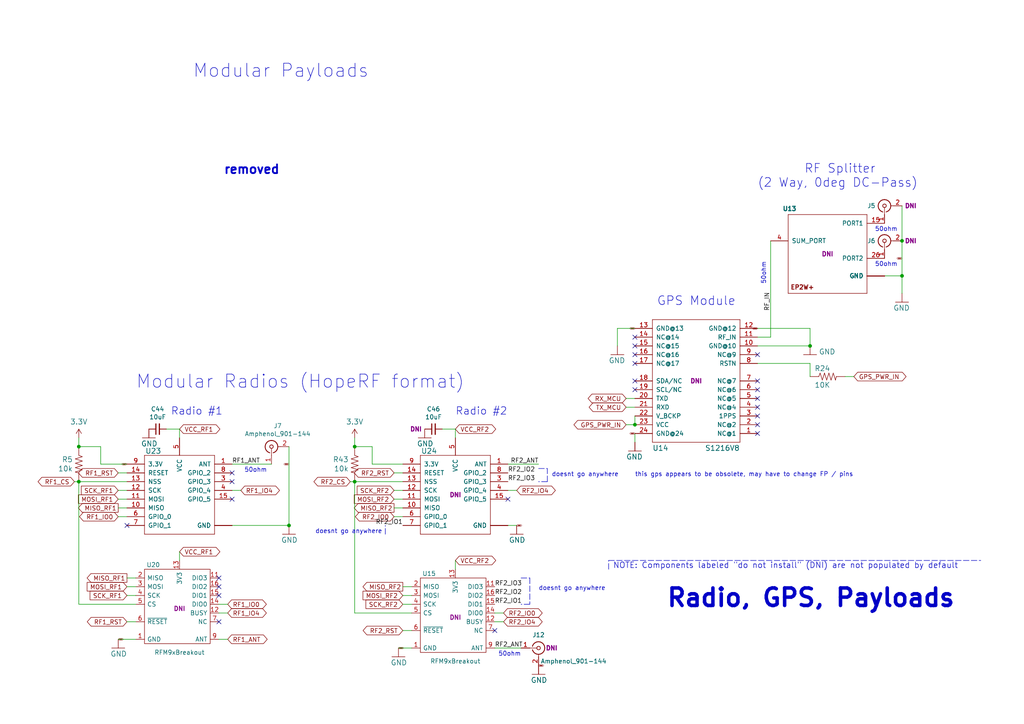
<source format=kicad_sch>
(kicad_sch (version 20211123) (generator eeschema)
  (paper "A4")
  (title_block (title "PyCubed Mainboard") (date "2021-06-09") (rev "v05c") (company "Max Holliday"))
  (lib_symbols
    (symbol "mainboard-rescue:C_Small-Device-mainboard-rescue" (pin_numbers hide) (pin_names (offset 0.254) hide)
      (property "Reference" "C" (at 0.254 1.778 0))
      (property "Value" "C_Small-Device-mainboard-rescue" (at 0.254 -2.032 0))
      (symbol "C_Small-Device-mainboard-rescue_0_1"
        (polyline (pts (xy -1.524 -0.508) (xy 1.524 -0.508)) (stroke (width 0.3302)))
        (polyline (pts (xy -1.524 0.508) (xy 1.524 0.508)) (stroke (width 0.3048)))
      )
      (symbol "C_Small-Device-mainboard-rescue_1_1"
        (pin passive line (at 0 2.54 270) (length 2.032) (name "~") (number "1"))
        (pin passive line (at 0 -2.54 90) (length 2.032) (name "~") (number "2"))
      )
    )
    (symbol "mainboard-rescue:Conn_Coaxial-Connector-mainboard-rescue" (pin_names (offset 1.016) hide)
      (property "Reference" "J" (at 0.254 3.048 0))
      (property "Value" "Conn_Coaxial-Connector-mainboard-rescue" (at 2.921 0 90))
      (symbol "Conn_Coaxial-Connector-mainboard-rescue_0_1"
        (arc (start -1.778 -0.508) (mid 0.2311 -1.8066) (end 1.778 0) (stroke (width 0.254)))
        (polyline (pts (xy -2.54 0) (xy -0.508 0)))
        (polyline (pts (xy 0 -2.54) (xy 0 -1.778)))
        (circle (center 0 0) (radius 0.508) (stroke (width 0.2032)))
        (arc (start 1.778 0) (mid 0.2099 1.8101) (end -1.778 0.508) (stroke (width 0.254)))
      )
      (symbol "Conn_Coaxial-Connector-mainboard-rescue_1_1"
        (pin passive line (at -5.08 0 0) (length 2.54) (name "In") (number "1"))
        (pin passive line (at 0 -5.08 90) (length 2.54) (name "Ext") (number "2"))
      )
    )
    (symbol "mainboard:10KOHM-1_10W-1%(0603)0603" (pin_names (offset 1.016))
      (property "Reference" "R" (at -3.81 1.4986 0))
      (property "Value" "10KOHM-1_10W-1%(0603)0603" (at -3.81 -3.302 0))
      (symbol "10KOHM-1_10W-1%(0603)0603_1_0"
        (polyline (pts (xy -2.54 0) (xy -2.159 1.016)))
        (polyline (pts (xy -2.159 1.016) (xy -1.524 -1.016)))
        (polyline (pts (xy -1.524 -1.016) (xy -0.889 1.016)))
        (polyline (pts (xy -0.889 1.016) (xy -0.254 -1.016)))
        (polyline (pts (xy -0.254 -1.016) (xy 0.381 1.016)))
        (polyline (pts (xy 0.381 1.016) (xy 1.016 -1.016)))
        (polyline (pts (xy 1.016 -1.016) (xy 1.651 1.016)))
        (polyline (pts (xy 1.651 1.016) (xy 2.286 -1.016)))
        (polyline (pts (xy 2.286 -1.016) (xy 2.54 0)))
        (pin passive line (at -5.08 0 0) (length 2.54) (name "1") (number "1"))
        (pin passive line (at 5.08 0 180) (length 2.54) (name "2") (number "2"))
      )
    )
    (symbol "mainboard:3.3V" (power) (pin_names (offset 1.016))
      (property "Value" "3.3V" (at -1.016 3.556 0))
      (symbol "3.3V_1_0"
        (polyline (pts (xy 0 2.54) (xy -0.762 1.27)))
        (polyline (pts (xy 0.762 1.27) (xy 0 2.54)))
        (pin power_in line (at 0 0 90) (length 2.54) (name "3.3V") (number "1"))
      )
    )
    (symbol "mainboard:EP2W+" (pin_names (offset 1.016))
      (property "Reference" "U" (at -7.62 10.16 0))
      (symbol "EP2W+_1_0"
        (polyline (pts (xy -12.7 -15.24) (xy -12.7 7.62)))
        (polyline (pts (xy -12.7 7.62) (xy 10.16 7.62)))
        (polyline (pts (xy 10.16 -15.24) (xy -12.7 -15.24)))
        (polyline (pts (xy 10.16 7.62) (xy 10.16 -15.24)))
        (text "EP2W+" (at -5.08 -12.7 0) (effects (font (size 1.27 1.27) bold) (justify right top)))
        (pin bidirectional line (at 15.24 -10.16 180) (length 5.08) (name "GND") (number "1"))
        (pin bidirectional line (at 15.24 -10.16 180) (length 5.08) (name "GND") (number "10"))
        (pin bidirectional line (at 15.24 -10.16 180) (length 5.08) (name "GND") (number "11"))
        (pin bidirectional line (at 15.24 -10.16 180) (length 5.08) (name "GND") (number "12"))
        (pin bidirectional line (at 15.24 -10.16 180) (length 5.08) (name "GND") (number "13"))
        (pin bidirectional line (at 15.24 -10.16 180) (length 5.08) (name "GND") (number "14"))
        (pin bidirectional line (at 15.24 5.08 180) (length 5.08) (name "PORT1") (number "15"))
        (pin bidirectional line (at 15.24 -10.16 180) (length 5.08) (name "GND") (number "16"))
        (pin bidirectional line (at 15.24 -10.16 180) (length 5.08) (name "GND") (number "17"))
        (pin bidirectional line (at 15.24 -10.16 180) (length 5.08) (name "GND") (number "18"))
        (pin bidirectional line (at 15.24 -10.16 180) (length 5.08) (name "GND") (number "19"))
        (pin bidirectional line (at 15.24 -10.16 180) (length 5.08) (name "GND") (number "2"))
        (pin bidirectional line (at 15.24 -10.16 180) (length 5.08) (name "GND") (number "20"))
        (pin bidirectional line (at 15.24 -10.16 180) (length 5.08) (name "GND") (number "21"))
        (pin bidirectional line (at 15.24 -10.16 180) (length 5.08) (name "GND") (number "22"))
        (pin bidirectional line (at 15.24 -10.16 180) (length 5.08) (name "GND") (number "23"))
        (pin bidirectional line (at 15.24 -10.16 180) (length 5.08) (name "GND") (number "24"))
        (pin bidirectional line (at 15.24 -10.16 180) (length 5.08) (name "GND") (number "25"))
        (pin bidirectional line (at 15.24 -5.08 180) (length 5.08) (name "PORT2") (number "26"))
        (pin bidirectional line (at 15.24 -10.16 180) (length 5.08) (name "GND") (number "27"))
        (pin bidirectional line (at 15.24 -10.16 180) (length 5.08) (name "GND") (number "28"))
        (pin bidirectional line (at 15.24 -10.16 180) (length 5.08) (name "GND") (number "29"))
        (pin bidirectional line (at 15.24 -10.16 180) (length 5.08) (name "GND") (number "3"))
        (pin bidirectional line (at 15.24 -10.16 180) (length 5.08) (name "GND") (number "30"))
        (pin bidirectional line (at 15.24 -10.16 180) (length 5.08) (name "GND") (number "31"))
        (pin bidirectional line (at 15.24 -10.16 180) (length 5.08) (name "GND") (number "32"))
        (pin bidirectional line (at -17.78 0 0) (length 5.08) (name "SUM_PORT") (number "4"))
        (pin bidirectional line (at 15.24 -10.16 180) (length 5.08) (name "GND") (number "5"))
        (pin bidirectional line (at 15.24 -10.16 180) (length 5.08) (name "GND") (number "6"))
        (pin bidirectional line (at 15.24 -10.16 180) (length 5.08) (name "GND") (number "7"))
        (pin bidirectional line (at 15.24 -10.16 180) (length 5.08) (name "GND") (number "8"))
        (pin bidirectional line (at 15.24 -10.16 180) (length 5.08) (name "GND") (number "9"))
        (pin bidirectional line (at 15.24 -10.16 180) (length 5.08) (name "GND") (number "EP"))
      )
    )
    (symbol "mainboard:GND" (power) (pin_names (offset 1.016))
      (property "Value" "GND" (at -2.54 -2.54 0))
      (symbol "GND_1_0"
        (polyline (pts (xy -1.905 0) (xy 1.905 0)))
        (pin power_in line (at 0 2.54 270) (length 2.54) (name "GND") (number "1"))
      )
    )
    (symbol "mainboard:RFM98PW" (pin_names (offset 1.016))
      (property "Reference" "U" (at -7.62 10.16 0))
      (symbol "RFM98PW_0_0"
        (pin bidirectional line (at 17.78 -10.16 180) (length 5.08) hide (name "GND") (number "17"))
        (pin bidirectional line (at 2.54 15.24 270) (length 5.08) (name "VCC") (number "5"))
      )
      (symbol "RFM98PW_1_0"
        (polyline (pts (xy -7.62 -12.7) (xy -7.62 10.16)))
        (polyline (pts (xy -7.62 10.16) (xy 12.7 10.16)))
        (polyline (pts (xy 12.7 -12.7) (xy -7.62 -12.7)))
        (polyline (pts (xy 12.7 10.16) (xy 12.7 -12.7)))
        (pin bidirectional line (at 17.78 7.62 180) (length 5.08) (name "ANT") (number "1"))
        (pin bidirectional line (at -12.7 -5.08 0) (length 5.08) (name "MISO") (number "10"))
        (pin bidirectional line (at -12.7 -2.54 0) (length 5.08) (name "MOSI") (number "11"))
        (pin bidirectional line (at -12.7 0 0) (length 5.08) (name "SCK") (number "12"))
        (pin bidirectional line (at -12.7 2.54 0) (length 5.08) (name "NSS") (number "13"))
        (pin bidirectional line (at -12.7 5.08 0) (length 5.08) (name "RESET") (number "14"))
        (pin bidirectional line (at 17.78 -2.54 180) (length 5.08) (name "GPIO_5") (number "15"))
        (pin bidirectional line (at 17.78 -10.16 180) (length 5.08) (name "GND") (number "16"))
        (pin bidirectional line (at 17.78 -10.16 180) (length 5.08) (name "GND") (number "2"))
        (pin bidirectional line (at 17.78 2.54 180) (length 5.08) (name "GPIO_3") (number "3"))
        (pin bidirectional line (at 17.78 0 180) (length 5.08) (name "GPIO_4") (number "4"))
        (pin bidirectional line (at -12.7 -7.62 0) (length 5.08) (name "GPIO_0") (number "6"))
        (pin bidirectional line (at -12.7 -10.16 0) (length 5.08) (name "GPIO_1") (number "7"))
        (pin bidirectional line (at 17.78 5.08 180) (length 5.08) (name "GPIO_2") (number "8"))
        (pin power_in line (at -12.7 7.62 0) (length 5.08) (name "3.3V") (number "9"))
      )
    )
    (symbol "mainboard:RFM9xBreakout" (pin_names (offset 0.762))
      (property "Reference" "U" (at -3.81 12.7 0))
      (property "Value" "RFM9xBreakout" (at -7.62 -11.43 0))
      (symbol "RFM9xBreakout_0_1"
        (rectangle (start -10.16 11.43) (end 8.89 -10.16))
      )
      (symbol "RFM9xBreakout_1_1"
        (pin bidirectional line (at -12.7 -8.89 0) (length 2.54) (name "GND") (number "1"))
        (pin bidirectional line (at -12.7 -8.89 0) (length 2.54) hide (name "GND") (number "10"))
        (pin bidirectional line (at 11.43 8.89 180) (length 2.54) (name "DIO3") (number "11"))
        (pin bidirectional line (at 11.43 -1.27 180) (length 2.54) (name "BUSY") (number "12"))
        (pin bidirectional line (at 0 13.97 270) (length 2.54) (name "3V3") (number "13"))
        (pin bidirectional line (at 11.43 1.27 180) (length 2.54) (name "DIO0") (number "14"))
        (pin bidirectional line (at 11.43 3.81 180) (length 2.54) (name "DIO1") (number "15"))
        (pin bidirectional line (at 11.43 6.35 180) (length 2.54) (name "DIO2") (number "16"))
        (pin bidirectional line (at -12.7 8.89 0) (length 2.54) (name "MISO") (number "2"))
        (pin bidirectional line (at -12.7 6.35 0) (length 2.54) (name "MOSI") (number "3"))
        (pin bidirectional line (at -12.7 3.81 0) (length 2.54) (name "SCK") (number "4"))
        (pin bidirectional line (at -12.7 1.27 0) (length 2.54) (name "CS") (number "5"))
        (pin bidirectional line (at -12.7 -3.81 0) (length 2.54) (name "~{RESET}") (number "6"))
        (pin bidirectional line (at 11.43 -3.81 180) (length 2.54) (name "NC") (number "7"))
        (pin bidirectional line (at -12.7 -8.89 0) (length 2.54) hide (name "GND") (number "8"))
        (pin bidirectional line (at 11.43 -8.89 180) (length 2.54) (name "ANT") (number "9"))
      )
    )
    (symbol "mainboard:S1216V8" (pin_names (offset 1.016))
      (property "Reference" "U" (at -12.7 -20.32 0))
      (property "Value" "S1216V8" (at 2.54 -20.32 0))
      (symbol "S1216V8_1_0"
        (polyline (pts (xy -12.7 -17.78) (xy 12.7 -17.78)))
        (polyline (pts (xy -12.7 17.78) (xy -12.7 -17.78)))
        (polyline (pts (xy 12.7 -17.78) (xy 12.7 17.78)))
        (polyline (pts (xy 12.7 17.78) (xy -12.7 17.78)))
        (pin bidirectional line (at 17.78 -15.24 180) (length 5.08) (name "NC@1") (number "1"))
        (pin bidirectional line (at 17.78 10.16 180) (length 5.08) (name "GND@10") (number "10"))
        (pin bidirectional line (at 17.78 12.7 180) (length 5.08) (name "RF_IN") (number "11"))
        (pin bidirectional line (at 17.78 15.24 180) (length 5.08) (name "GND@12") (number "12"))
        (pin bidirectional line (at -17.78 15.24 0) (length 5.08) (name "GND@13") (number "13"))
        (pin bidirectional line (at -17.78 12.7 0) (length 5.08) (name "NC@14") (number "14"))
        (pin bidirectional line (at -17.78 10.16 0) (length 5.08) (name "NC@15") (number "15"))
        (pin bidirectional line (at -17.78 7.62 0) (length 5.08) (name "NC@16") (number "16"))
        (pin bidirectional line (at -17.78 5.08 0) (length 5.08) (name "NC@17") (number "17"))
        (pin bidirectional line (at -17.78 0 0) (length 5.08) (name "SDA/NC") (number "18"))
        (pin bidirectional line (at -17.78 -2.54 0) (length 5.08) (name "SCL/NC") (number "19"))
        (pin bidirectional line (at 17.78 -12.7 180) (length 5.08) (name "NC@2") (number "2"))
        (pin bidirectional line (at -17.78 -5.08 0) (length 5.08) (name "TXD") (number "20"))
        (pin bidirectional line (at -17.78 -7.62 0) (length 5.08) (name "RXD") (number "21"))
        (pin bidirectional line (at -17.78 -10.16 0) (length 5.08) (name "V_BCKP") (number "22"))
        (pin bidirectional line (at -17.78 -12.7 0) (length 5.08) (name "VCC") (number "23"))
        (pin bidirectional line (at -17.78 -15.24 0) (length 5.08) (name "GND@24") (number "24"))
        (pin bidirectional line (at 17.78 -10.16 180) (length 5.08) (name "1PPS") (number "3"))
        (pin bidirectional line (at 17.78 -7.62 180) (length 5.08) (name "NC@4") (number "4"))
        (pin bidirectional line (at 17.78 -5.08 180) (length 5.08) (name "NC@5") (number "5"))
        (pin bidirectional line (at 17.78 -2.54 180) (length 5.08) (name "NC@6") (number "6"))
        (pin bidirectional line (at 17.78 0 180) (length 5.08) (name "NC@7") (number "7"))
        (pin bidirectional line (at 17.78 5.08 180) (length 5.08) (name "RSTN") (number "8"))
        (pin bidirectional line (at 17.78 7.62 180) (length 5.08) (name "NC@9") (number "9"))
      )
    )
  )
  (junction (at 102.87 129.54))
  (junction (at 22.86 139.7))
  (junction (at 261.62 80.01))
  (junction (at 261.62 69.85))
  (junction (at 102.87 139.7))
  (junction (at 234.95 100.33))
  (junction (at 184.15 123.19))
  (junction (at 22.86 129.54))
  (junction (at 83.82 152.4))
  (no_connect (at 63.5 180.34))
  (no_connect (at 184.15 97.79))
  (no_connect (at 184.15 100.33))
  (no_connect (at 219.71 102.87))
  (no_connect (at 219.71 110.49))
  (no_connect (at 63.5 170.18))
  (no_connect (at 219.71 125.73))
  (no_connect (at 184.15 102.87))
  (no_connect (at 147.32 144.78))
  (no_connect (at 63.5 172.72))
  (no_connect (at 67.31 144.78))
  (no_connect (at 219.71 120.65))
  (no_connect (at 219.71 113.03))
  (no_connect (at 67.31 139.7))
  (no_connect (at 219.71 123.19))
  (no_connect (at 184.15 105.41))
  (no_connect (at 219.71 118.11))
  (no_connect (at 67.31 137.16))
  (no_connect (at 184.15 113.03))
  (no_connect (at 219.71 115.57))
  (no_connect (at 184.15 110.49))
  (no_connect (at 143.51 182.88))
  (no_connect (at 36.83 152.4))
  (no_connect (at 63.5 167.64))
  (wire (pts (xy 34.29 185.42) (xy 39.37 185.42)))
  (wire (pts (xy 36.83 144.78) (xy 34.29 144.78)))
  (wire (pts (xy 102.87 177.8) (xy 102.87 139.7)))
  (wire (pts (xy 116.84 144.78) (xy 114.3 144.78)))
  (wire (pts (xy 115.57 187.96) (xy 119.38 187.96)))
  (wire (pts (xy 102.87 129.54) (xy 102.87 127)))
  (polyline (pts (xy 158.75 139.7) (xy 158.75 135.89)))
  (wire (pts (xy 29.21 129.54) (xy 22.86 129.54)))
  (wire (pts (xy 69.85 142.24) (xy 67.31 142.24)))
  (wire (pts (xy 66.04 177.8) (xy 63.5 177.8)))
  (wire (pts (xy 184.15 123.19) (xy 181.61 123.19)))
  (wire (pts (xy 184.15 125.73) (xy 184.15 128.27)))
  (wire (pts (xy 261.62 59.69) (xy 261.62 69.85)))
  (wire (pts (xy 21.59 139.7) (xy 22.86 139.7)))
  (wire (pts (xy 132.08 124.46) (xy 128.27 124.46)))
  (polyline (pts (xy 153.67 175.26) (xy 151.13 175.26)))
  (wire (pts (xy 22.86 175.26) (xy 39.37 175.26)))
  (wire (pts (xy 119.38 175.26) (xy 116.84 175.26)))
  (wire (pts (xy 184.15 123.19) (xy 184.15 120.65)))
  (polyline (pts (xy 176.53 162.56) (xy 284.48 162.56)))
  (wire (pts (xy 143.51 177.8) (xy 146.05 177.8)))
  (polyline (pts (xy 158.75 139.7) (xy 156.21 139.7)))
  (wire (pts (xy 22.86 139.7) (xy 22.86 175.26)))
  (wire (pts (xy 52.07 124.46) (xy 52.07 127)))
  (wire (pts (xy 119.38 170.18) (xy 116.84 170.18)))
  (polyline (pts (xy 111.76 154.94) (xy 111.76 152.4)))
  (polyline (pts (xy 156.21 135.89) (xy 158.75 135.89)))
  (wire (pts (xy 67.31 134.62) (xy 78.74 134.62)))
  (wire (pts (xy 184.15 95.25) (xy 179.07 95.25)))
  (wire (pts (xy 146.05 180.34) (xy 143.51 180.34)))
  (wire (pts (xy 234.95 105.41) (xy 234.95 109.22)))
  (wire (pts (xy 261.62 69.85) (xy 261.62 80.01)))
  (wire (pts (xy 256.54 80.01) (xy 261.62 80.01)))
  (wire (pts (xy 39.37 172.72) (xy 36.83 172.72)))
  (wire (pts (xy 22.86 139.7) (xy 36.83 139.7)))
  (wire (pts (xy 184.15 115.57) (xy 181.61 115.57)))
  (wire (pts (xy 116.84 134.62) (xy 107.95 134.62)))
  (wire (pts (xy 147.32 134.62) (xy 156.21 134.62)))
  (wire (pts (xy 36.83 147.32) (xy 34.29 147.32)))
  (wire (pts (xy 22.86 129.54) (xy 22.86 127)))
  (wire (pts (xy 107.95 134.62) (xy 107.95 129.54)))
  (wire (pts (xy 39.37 170.18) (xy 36.83 170.18)))
  (wire (pts (xy 66.04 185.42) (xy 63.5 185.42)))
  (wire (pts (xy 34.29 149.86) (xy 36.83 149.86)))
  (wire (pts (xy 36.83 134.62) (xy 29.21 134.62)))
  (wire (pts (xy 102.87 139.7) (xy 101.6 139.7)))
  (wire (pts (xy 116.84 147.32) (xy 114.3 147.32)))
  (wire (pts (xy 102.87 177.8) (xy 119.38 177.8)))
  (wire (pts (xy 52.07 160.02) (xy 52.07 162.56)))
  (wire (pts (xy 36.83 142.24) (xy 34.29 142.24)))
  (wire (pts (xy 184.15 118.11) (xy 181.61 118.11)))
  (wire (pts (xy 179.07 95.25) (xy 179.07 100.33)))
  (wire (pts (xy 245.11 109.22) (xy 247.65 109.22)))
  (wire (pts (xy 39.37 167.64) (xy 36.83 167.64)))
  (wire (pts (xy 219.71 105.41) (xy 234.95 105.41)))
  (wire (pts (xy 151.13 187.96) (xy 143.51 187.96)))
  (wire (pts (xy 66.04 175.26) (xy 63.5 175.26)))
  (wire (pts (xy 116.84 149.86) (xy 114.3 149.86)))
  (polyline (pts (xy 176.53 165.1) (xy 176.53 162.56)))
  (wire (pts (xy 116.84 142.24) (xy 114.3 142.24)))
  (wire (pts (xy 107.95 129.54) (xy 102.87 129.54)))
  (wire (pts (xy 234.95 100.33) (xy 219.71 100.33)))
  (wire (pts (xy 234.95 95.25) (xy 234.95 100.33)))
  (wire (pts (xy 149.86 152.4) (xy 147.32 152.4)))
  (wire (pts (xy 36.83 137.16) (xy 34.29 137.16)))
  (wire (pts (xy 132.08 124.46) (xy 132.08 127)))
  (wire (pts (xy 29.21 134.62) (xy 29.21 129.54)))
  (polyline (pts (xy 151.13 167.64) (xy 153.67 167.64)))
  (wire (pts (xy 149.86 142.24) (xy 147.32 142.24)))
  (wire (pts (xy 119.38 182.88) (xy 116.84 182.88)))
  (wire (pts (xy 116.84 137.16) (xy 114.3 137.16)))
  (wire (pts (xy 223.52 69.85) (xy 223.52 97.79)))
  (wire (pts (xy 116.84 139.7) (xy 102.87 139.7)))
  (wire (pts (xy 67.31 152.4) (xy 83.82 152.4)))
  (wire (pts (xy 219.71 95.25) (xy 234.95 95.25)))
  (wire (pts (xy 52.07 124.46) (xy 48.26 124.46)))
  (polyline (pts (xy 153.67 167.64) (xy 153.67 175.26)))
  (wire (pts (xy 132.08 162.56) (xy 132.08 165.1)))
  (wire (pts (xy 261.62 80.01) (xy 261.62 85.09)))
  (wire (pts (xy 39.37 180.34) (xy 36.83 180.34)))
  (wire (pts (xy 219.71 97.79) (xy 223.52 97.79)))
  (wire (pts (xy 119.38 172.72) (xy 116.84 172.72)))
  (wire (pts (xy 83.82 129.54) (xy 83.82 152.4)))
  (text "Radio #1" (at 49.53 120.65 0) (effects (font (size 2.159 2.159)) (justify left bottom)))
  (text "Modular Radios (HopeRF format)" (at 39.37 113.03 0) (effects (font (size 3.81 3.81)) (justify left bottom)))
  (text "50ohm" (at 77.47 137.16 180) (effects (font (size 1.27 1.27)) (justify right bottom)))
  (text "50ohm" (at 151.13 190.5 180) (effects (font (size 1.27 1.27)) (justify right bottom)))
  (text "doesnt go anywhere" (at 91.44 154.94 0) (effects (font (size 1.27 1.27)) (justify left bottom)))
  (text "50ohm" (at 260.35 77.47 180) (effects (font (size 1.27 1.27)) (justify right bottom)))
  (text "doesnt go anywhere" (at 160.02 138.43 0) (effects (font (size 1.27 1.27)) (justify left bottom)))
  (text "50ohm" (at 260.35 67.31 180) (effects (font (size 1.27 1.27)) (justify right bottom)))
  (text "doesnt go anywhere" (at 156.21 171.45 0) (effects (font (size 1.27 1.27)) (justify left bottom)))
  (text "Radio #2" (at 132.08 120.65 0) (effects (font (size 2.159 2.159)) (justify left bottom)))
  (text "this gps appears to be obsolete, may have to change FP / pins" (at 184.15 138.43 0) (effects (font (size 1.27 1.27)) (justify left bottom)))
  (text "Radio, GPS, Payloads" (at 193.04 176.53 0) (effects (font (size 5.08 5.08) (thickness 1.016) bold) (justify left bottom)))
  (text "NOTE: Components labeled \"do not install\" (DNI) are not populated by default" (at 177.8 165.1 0) (effects (font (size 1.651 1.651)) (justify left bottom)))
  (text "       RF Splitter \n(2 Way, 0deg DC-Pass)" (at 219.71 54.61 0) (effects (font (size 2.54 2.54)) (justify left bottom)))
  (text "Modular Payloads" (at 55.88 22.86 0) (effects (font (size 3.81 3.81)) (justify left bottom)))
  (text "GPS Module" (at 190.5 88.9 0) (effects (font (size 2.54 2.54)) (justify left bottom)))
  (text "50ohm" (at 222.25 82.55 90) (effects (font (size 1.27 1.27)) (justify left bottom)))
  (text "removed" (at 64.77 50.8 0) (effects (font (size 2.54 2.54) (thickness 0.508) bold) (justify left bottom)))
  (label "RF2_ANT" (at 156.21 134.62 180))
  (label "RF_IN" (at 223.52 90.17 90))
  (label "RF1_ANT" (at 67.31 134.62 0))
  (label "RF2_IO1" (at 116.84 152.4 180))
  (label "RF2_ANT" (at 143.51 187.96 0))
  (label "RF2_IO2" (at 143.51 172.72 0))
  (label "RF2_IO2" (at 147.32 137.16 0))
  (label "RF2_IO3" (at 147.32 139.7 0))
  (label "RF2_IO1" (at 143.51 175.26 0))
  (label "RF2_IO3" (at 143.51 170.18 0))
  (global_label "MOSI_RF2" (shape input) (at 114.3 144.78 180) (property "Intersheet References" "${INTERSHEET_REFS}" (effects hide)))
  (global_label "RF1_RST" (shape bidirectional) (at 36.83 180.34 180) (property "Intersheet References" "${INTERSHEET_REFS}" (effects hide)))
  (global_label "GND" (shape bidirectional) (at 156.21 193.04 0) (effects (font (size 0.254 0.254))) (property "Intersheet References" "${INTERSHEET_REFS}" (effects hide)))
  (global_label "MISO_RF1" (shape output) (at 34.29 147.32 180) (property "Intersheet References" "${INTERSHEET_REFS}" (effects hide)))
  (global_label "SCK_RF2" (shape input) (at 114.3 142.24 180) (property "Intersheet References" "${INTERSHEET_REFS}" (effects hide)))
  (global_label "VCC_RF2" (shape bidirectional) (at 132.08 162.56 0) (property "Intersheet References" "${INTERSHEET_REFS}" (effects hide)))
  (global_label "RF2_IO0" (shape bidirectional) (at 114.3 149.86 180) (property "Intersheet References" "${INTERSHEET_REFS}" (effects hide)))
  (global_label "RF1_CS" (shape bidirectional) (at 21.59 139.7 180) (property "Intersheet References" "${INTERSHEET_REFS}" (effects hide)))
  (global_label "GND" (shape bidirectional) (at 261.62 74.93 180) (effects (font (size 0.254 0.254))) (property "Intersheet References" "${INTERSHEET_REFS}" (effects hide)))
  (global_label "RF1_IO4" (shape bidirectional) (at 66.04 177.8 0) (property "Intersheet References" "${INTERSHEET_REFS}" (effects hide)))
  (global_label "SCK_RF2" (shape input) (at 116.84 175.26 180) (property "Intersheet References" "${INTERSHEET_REFS}" (effects hide)))
  (global_label "RF1_IO0" (shape bidirectional) (at 34.29 149.86 180) (property "Intersheet References" "${INTERSHEET_REFS}" (effects hide)))
  (global_label "RF1_RST" (shape bidirectional) (at 34.29 137.16 180) (property "Intersheet References" "${INTERSHEET_REFS}" (effects hide)))
  (global_label "MISO_RF2" (shape output) (at 114.3 147.32 180) (property "Intersheet References" "${INTERSHEET_REFS}" (effects hide)))
  (global_label "GND" (shape bidirectional) (at 184.15 95.25 180) (effects (font (size 0.254 0.254))) (property "Intersheet References" "${INTERSHEET_REFS}" (effects hide)))
  (global_label "GND" (shape bidirectional) (at 219.71 95.25 180) (effects (font (size 0.254 0.254))) (property "Intersheet References" "${INTERSHEET_REFS}" (effects hide)))
  (global_label "MISO_RF1" (shape output) (at 36.83 167.64 180) (property "Intersheet References" "${INTERSHEET_REFS}" (effects hide)))
  (global_label "MOSI_RF1" (shape input) (at 36.83 170.18 180) (property "Intersheet References" "${INTERSHEET_REFS}" (effects hide)))
  (global_label "MOSI_RF1" (shape input) (at 34.29 144.78 180) (property "Intersheet References" "${INTERSHEET_REFS}" (effects hide)))
  (global_label "SCK_RF1" (shape input) (at 34.29 142.24 180) (property "Intersheet References" "${INTERSHEET_REFS}" (effects hide)))
  (global_label "3.3V" (shape bidirectional) (at 36.83 134.62 180) (effects (font (size 0.254 0.254))) (property "Intersheet References" "${INTERSHEET_REFS}" (effects hide)))
  (global_label "GPS_PWR_IN" (shape bidirectional) (at 247.65 109.22 0) (property "Intersheet References" "${INTERSHEET_REFS}" (effects hide)))
  (global_label "RF2_IO4" (shape bidirectional) (at 149.86 142.24 0) (property "Intersheet References" "${INTERSHEET_REFS}" (effects hide)))
  (global_label "MISO_RF2" (shape output) (at 116.84 170.18 180) (property "Intersheet References" "${INTERSHEET_REFS}" (effects hide)))
  (global_label "RF2_IO4" (shape bidirectional) (at 146.05 180.34 0) (property "Intersheet References" "${INTERSHEET_REFS}" (effects hide)))
  (global_label "GND" (shape bidirectional) (at 34.29 185.42 0) (effects (font (size 0.254 0.254))) (property "Intersheet References" "${INTERSHEET_REFS}" (effects hide)))
  (global_label "TX_MCU" (shape bidirectional) (at 181.61 118.11 180) (property "Intersheet References" "${INTERSHEET_REFS}" (effects hide)))
  (global_label "RF1_IO0" (shape bidirectional) (at 66.04 175.26 0) (property "Intersheet References" "${INTERSHEET_REFS}" (effects hide)))
  (global_label "GND" (shape bidirectional) (at 115.57 187.96 0) (effects (font (size 0.254 0.254))) (property "Intersheet References" "${INTERSHEET_REFS}" (effects hide)))
  (global_label "RF1_IO4" (shape bidirectional) (at 69.85 142.24 0) (property "Intersheet References" "${INTERSHEET_REFS}" (effects hide)))
  (global_label "MOSI_RF2" (shape input) (at 116.84 172.72 180) (property "Intersheet References" "${INTERSHEET_REFS}" (effects hide)))
  (global_label "RF2_RST" (shape bidirectional) (at 114.3 137.16 180) (property "Intersheet References" "${INTERSHEET_REFS}" (effects hide)))
  (global_label "RF1_ANT" (shape bidirectional) (at 66.04 185.42 0) (property "Intersheet References" "${INTERSHEET_REFS}" (effects hide)))
  (global_label "VCC_RF1" (shape bidirectional) (at 52.07 160.02 0) (property "Intersheet References" "${INTERSHEET_REFS}" (effects hide)))
  (global_label "SCK_RF1" (shape input) (at 36.83 172.72 180) (property "Intersheet References" "${INTERSHEET_REFS}" (effects hide)))
  (global_label "RF2_CS" (shape bidirectional) (at 101.6 139.7 180) (property "Intersheet References" "${INTERSHEET_REFS}" (effects hide)))
  (global_label "RX_MCU" (shape bidirectional) (at 181.61 115.57 180) (property "Intersheet References" "${INTERSHEET_REFS}" (effects hide)))
  (global_label "GPS_PWR_IN" (shape bidirectional) (at 181.61 123.19 180) (property "Intersheet References" "${INTERSHEET_REFS}" (effects hide)))
  (global_label "RF2_RST" (shape bidirectional) (at 116.84 182.88 180) (property "Intersheet References" "${INTERSHEET_REFS}" (effects hide)))
  (global_label "VCC_RF2" (shape bidirectional) (at 132.08 124.46 0) (property "Intersheet References" "${INTERSHEET_REFS}" (effects hide)))
  (global_label "RF2_IO0" (shape bidirectional) (at 146.05 177.8 0) (property "Intersheet References" "${INTERSHEET_REFS}" (effects hide)))
  (global_label "GND" (shape bidirectional) (at 184.15 125.73 180) (effects (font (size 0.254 0.254))) (property "Intersheet References" "${INTERSHEET_REFS}" (effects hide)))
  (global_label "VCC_RF1" (shape bidirectional) (at 52.07 124.46 0) (property "Intersheet References" "${INTERSHEET_REFS}" (effects hide)))
  (global_label "GND" (shape bidirectional) (at 149.86 152.4 0) (effects (font (size 0.254 0.254))) (property "Intersheet References" "${INTERSHEET_REFS}" (effects hide)))
  (global_label "GND" (shape bidirectional) (at 83.82 134.62 180) (effects (font (size 0.254 0.254))) (property "Intersheet References" "${INTERSHEET_REFS}" (effects hide)))
  (symbol (lib_id "mainboard:10KOHM-1_10W-1%(0603)0603") (at 240.03 109.22 0)
    (property "Reference" "R24" (at 236.22 107.7214 0) (effects (font (size 1.4986 1.4986)) (justify left bottom)))
    (property "Value" "10K" (at 236.22 112.522 0) (effects (font (size 1.4986 1.4986)) (justify left bottom)))
    (property "Footprint" "Resistor_SMD:R_0603_1608Metric" (effects hide))
  )
  (symbol (lib_id "mainboard:GND") (at 261.62 87.63 0)
    (property "Reference" "#GND044" (effects hide))
    (property "Value" "GND" (at 259.08 90.17 0) (effects (font (size 1.4986 1.4986)) (justify left bottom)))
  )
  (symbol (lib_id "mainboard-rescue:Conn_Coaxial-Connector-mainboard-rescue") (at 256.54 59.69 90) (unit 1)
    (property "Reference" "J5" (at 252.73 59.69 90))
    (property "Value" "Amphenol_901-144" (effects hide))
    (property "Footprint" "Connector_Coaxial:SMA_Amphenol_901-144_Vertical" (effects hide))
    (property "Datasheet" "https://www.amphenolrf.com/library/download/link/link_id/593640/parent/901-144/" (effects hide))
    (property "DNI" "DNI" (at 264.16 59.69 90) (effects (font bold)))
    (property "Description" "Amphenol RF SMA " (effects hide))
    (property "Flight" "901-144" (effects hide))
    (property "Manufacturer_Name" "Amphenol" (effects hide))
    (property "Manufacturer_Part_Number" "901-144" (effects hide))
    (property "Proto" "901-144" (effects hide))
  )
  (symbol (lib_id "mainboard-rescue:Conn_Coaxial-Connector-mainboard-rescue") (at 256.54 69.85 90) (unit 1)
    (property "Reference" "J6" (at 252.73 69.85 90))
    (property "Value" "Amphenol_901-144" (effects hide))
    (property "Footprint" "Connector_Coaxial:SMA_Amphenol_901-144_Vertical" (effects hide))
    (property "Datasheet" "https://www.amphenolrf.com/library/download/link/link_id/593640/parent/901-144/" (effects hide))
    (property "DNI" "DNI" (at 264.16 69.85 90) (effects (font bold)))
    (property "Description" "Amphenol RF SMA " (effects hide))
    (property "Flight" "901-144" (effects hide))
    (property "Manufacturer_Name" "Amphenol" (effects hide))
    (property "Manufacturer_Part_Number" "901-144" (effects hide))
    (property "Proto" "901-144" (effects hide))
  )
  (symbol (lib_id "mainboard-rescue:Conn_Coaxial-Connector-mainboard-rescue") (at 78.74 129.54 90) (unit 1)
    (property "Reference" "J7" (at 80.5434 123.5202 90))
    (property "Value" "Amphenol_901-144" (at 80.5434 125.8316 90))
    (property "Footprint" "Connector_Coaxial:SMA_Amphenol_901-144_Vertical" (effects hide))
    (property "Datasheet" "https://www.amphenolrf.com/library/download/link/link_id/593640/parent/901-144/" (effects hide))
    (property "Description" "Amphenol RF SMA " (effects hide))
    (property "Flight" "901-144" (effects hide))
    (property "Manufacturer_Name" "Amphenol" (effects hide))
    (property "Manufacturer_Part_Number" "901-144" (effects hide))
    (property "Proto" "901-144" (effects hide))
  )
  (symbol (lib_id "mainboard:RFM98PW") (at 49.53 142.24 0) (unit 1)
    (property "Reference" "U23" (at 44.45 130.81 0) (effects (font (size 1.4986 1.4986))))
    (property "Value" "RFM98PW" (effects hide))
    (property "Footprint" "mainboard:RFM95PW" (effects hide))
    (property "Description" "433 MHz 1W Radio" (effects hide))
    (property "Flight" "RFM98PW" (effects hide))
    (property "Manufacturer_Name" "HopeRF" (effects hide))
    (property "Manufacturer_Part_Number" "RFM98PW" (effects hide))
    (property "Proto" "RFM98PW" (effects hide))
  )
  (symbol (lib_id "mainboard:GND") (at 83.82 154.94 0) (mirror y)
    (property "Reference" "#GND0103" (effects hide))
    (property "Value" "GND" (at 86.36 157.48 0) (effects (font (size 1.4986 1.4986)) (justify left bottom)))
  )
  (symbol (lib_id "mainboard:RFM9xBreakout") (at 132.08 179.07 0) (unit 1)
    (property "Reference" "U15" (at 124.46 166.37 0))
    (property "Value" "RFM9xBreakout" (at 132.08 191.77 0))
    (property "Footprint" "RF_Module:HOPERF_RFM9XW_SMD" (effects hide))
    (property "DNI" "DNI" (at 132.08 179.07 0) (effects (font bold)))
  )
  (symbol (lib_id "mainboard-rescue:Conn_Coaxial-Connector-mainboard-rescue") (at 156.21 187.96 0) (unit 1)
    (property "Reference" "J12" (at 156.21 184.15 0))
    (property "Value" "Amphenol_901-144" (at 166.37 191.77 0))
    (property "Footprint" "Connector_Coaxial:SMA_Amphenol_901-144_Vertical" (effects hide))
    (property "Datasheet" "https://www.amphenolrf.com/library/download/link/link_id/593640/parent/901-144/" (effects hide))
    (property "DNI" "DNI" (at 160.02 187.96 0) (effects (font bold)))
    (property "Description" "Amphenol RF SMA " (effects hide))
    (property "Flight" "901-144" (effects hide))
    (property "Manufacturer_Name" "Amphenol" (effects hide))
    (property "Manufacturer_Part_Number" "901-144" (effects hide))
    (property "Proto" "901-144" (effects hide))
  )
  (symbol (lib_id "mainboard:GND") (at 156.21 195.58 0) (mirror y)
    (property "Reference" "#GND0105" (effects hide))
    (property "Value" "GND" (at 158.75 198.12 0) (effects (font (size 1.4986 1.4986)) (justify left bottom)))
  )
  (symbol (lib_id "mainboard:RFM98PW") (at 129.54 142.24 0) (unit 1)
    (property "Reference" "U24" (at 124.46 130.81 0) (effects (font (size 1.4986 1.4986))))
    (property "Value" "RFM98PW" (effects hide))
    (property "Footprint" "mainboard:RFM95PW" (effects hide))
    (property "DNI" "DNI" (at 132.08 143.51 0) (effects (font bold)))
  )
  (symbol (lib_id "mainboard:GND") (at 115.57 190.5 0) (mirror y)
    (property "Reference" "#GND0106" (effects hide))
    (property "Value" "GND" (at 118.11 193.04 0) (effects (font (size 1.4986 1.4986)) (justify left bottom)))
  )
  (symbol (lib_id "mainboard:GND") (at 149.86 154.94 0) (mirror y)
    (property "Reference" "#GND0107" (effects hide))
    (property "Value" "GND" (at 152.4 157.48 0) (effects (font (size 1.4986 1.4986)) (justify left bottom)))
  )
  (symbol (lib_id "mainboard:RFM9xBreakout") (at 52.07 176.53 0) (unit 1)
    (property "Reference" "U20" (at 44.45 163.83 0))
    (property "Value" "RFM9xBreakout" (at 52.07 189.23 0))
    (property "Footprint" "RF_Module:HOPERF_RFM9XW_SMD" (effects hide))
    (property "DNI" "DNI" (at 52.07 176.53 0) (effects (font bold)))
  )
  (symbol (lib_id "mainboard:GND") (at 34.29 187.96 0) (mirror y)
    (property "Reference" "#GND0110" (effects hide))
    (property "Value" "GND" (at 36.83 190.5 0) (effects (font (size 1.4986 1.4986)) (justify left bottom)))
  )
  (symbol (lib_id "mainboard:10KOHM-1_10W-1%(0603)0603") (at 102.87 134.62 270)
    (property "Reference" "R43" (at 101.1428 133.2738 90) (effects (font (size 1.4986 1.4986)) (justify right)))
    (property "Value" "10k" (at 101.1428 135.9408 90) (effects (font (size 1.4986 1.4986)) (justify right)))
    (property "Footprint" "Resistor_SMD:R_0603_1608Metric" (effects hide))
  )
  (symbol (lib_id "mainboard:10KOHM-1_10W-1%(0603)0603") (at 22.86 134.62 270)
    (property "Reference" "R5" (at 21.1328 133.2738 90) (effects (font (size 1.4986 1.4986)) (justify right)))
    (property "Value" "10k" (at 21.1328 135.9408 90) (effects (font (size 1.4986 1.4986)) (justify right)))
    (property "Footprint" "Resistor_SMD:R_0603_1608Metric" (effects hide))
  )
  (symbol (lib_id "mainboard:3.3V") (at 102.87 127 0)
    (property "Reference" "#SUPPLY0104" (effects hide))
    (property "Value" "3.3V" (at 100.33 123.19 0) (effects (font (size 1.4986 1.4986)) (justify left bottom)))
  )
  (symbol (lib_id "mainboard:3.3V") (at 22.86 127 0)
    (property "Reference" "#SUPPLY0109" (effects hide))
    (property "Value" "3.3V" (at 20.32 123.19 0) (effects (font (size 1.4986 1.4986)) (justify left bottom)))
  )
  (symbol (lib_id "mainboard-rescue:C_Small-Device-mainboard-rescue") (at 45.72 124.46 90)
    (property "Reference" "C44" (at 45.72 118.6434 90))
    (property "Value" "10uF" (at 45.72 120.9548 90))
    (property "Footprint" "Capacitor_SMD:C_0805_2012Metric" (effects hide))
  )
  (symbol (lib_id "mainboard:GND") (at 43.18 127 0) (mirror y)
    (property "Reference" "#GND036" (effects hide))
    (property "Value" "GND" (at 45.72 129.54 0) (effects (font (size 1.4986 1.4986)) (justify left bottom)))
  )
  (symbol (lib_id "mainboard-rescue:C_Small-Device-mainboard-rescue") (at 125.73 124.46 90)
    (property "Reference" "C46" (at 125.73 118.6434 90))
    (property "Value" "10uF" (at 125.73 120.9548 90))
    (property "Footprint" "Capacitor_SMD:C_0805_2012Metric" (effects hide))
    (property "DNI" "DNI" (at 120.65 124.46 90) (effects (font bold)))
  )
  (symbol (lib_id "mainboard:GND") (at 123.19 127 0) (mirror y)
    (property "Reference" "#GND038" (effects hide))
    (property "Value" "GND" (at 125.73 129.54 0) (effects (font (size 1.4986 1.4986)) (justify left bottom)))
  )
  (symbol (lib_id "mainboard:EP2W+") (at 241.3 69.85 0)
    (property "Reference" "U13" (at 231.14 59.69 0) (effects (font bold) (justify right top)))
    (property "Value" "EP2W+" (effects hide))
    (property "Footprint" "mainboard:QFN32-5X5MM" (effects hide))
    (property "Datasheet" "https://www.minicircuits.com/pdfs/EP2W+.pdf" (effects hide))
    (property "DNI" "DNI" (at 240.03 73.66 0) (effects (font bold)))
    (property "Description" "RF Splitter DC-Pass" (effects hide))
    (property "Flight" "EP2W+" (effects hide))
    (property "Manufacturer_Name" "Mini Circuits" (effects hide))
    (property "Manufacturer_Part_Number" "EP2W+" (effects hide))
  )
  (symbol (lib_id "mainboard:GND") (at 179.07 102.87 0)
    (property "Reference" "#GND042" (effects hide))
    (property "Value" "GND" (at 176.53 105.41 0) (effects (font (size 1.4986 1.4986)) (justify left bottom)))
  )
  (symbol (lib_id "mainboard:GND") (at 184.15 130.81 0)
    (property "Reference" "#GND043" (effects hide))
    (property "Value" "GND" (at 181.61 133.35 0) (effects (font (size 1.4986 1.4986)) (justify left bottom)))
  )
  (symbol (lib_id "mainboard:GND") (at 234.95 102.87 0)
    (property "Reference" "#GND047" (effects hide))
    (property "Value" "GND" (at 237.49 102.87 0) (effects (font (size 1.4986 1.4986)) (justify left bottom)))
  )
  (symbol (lib_id "mainboard:S1216V8") (at 201.93 110.49 0)
    (property "Reference" "U14" (at 189.23 130.81 0) (effects (font (size 1.4986 1.4986)) (justify left bottom)))
    (property "Value" "S1216V8" (at 204.47 130.81 0) (effects (font (size 1.4986 1.4986)) (justify left bottom)))
    (property "Footprint" "mainboard:S1216_24PIN_PACKAGE" (effects hide))
    (property "DNI" "DNI" (at 201.93 110.49 0) (effects (font bold)))
  )
)
</source>
